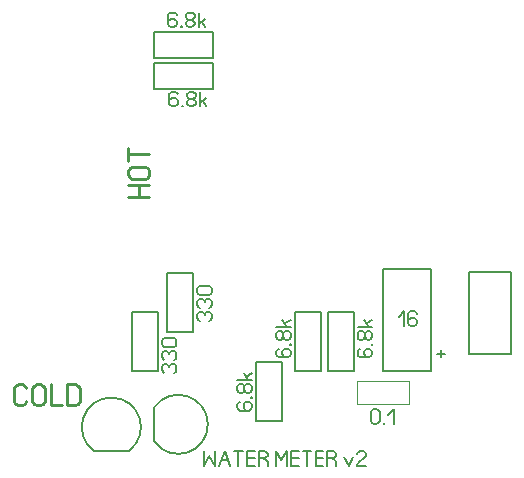
<source format=gto>
%FSLAX34Y34*%
%MOMM*%
%LNSILK_TOP*%
G71*
G01*
%ADD10C, 0.15*%
%ADD11C, 0.20*%
%ADD12C, 0.10*%
%ADD13C, 0.16*%
%ADD14C, 0.22*%
%LPD*%
G54D10*
X351425Y693525D02*
X392425Y693525D01*
X392425Y779325D01*
X351425Y779325D01*
X351425Y693525D01*
G54D10*
X400500Y704750D02*
X400500Y711100D01*
G54D10*
X403675Y707925D02*
X397325Y707925D01*
G54D11*
X424204Y707735D02*
X424270Y777256D01*
X459847Y777265D01*
X459804Y707735D01*
X424204Y707735D01*
G54D12*
X373805Y665050D02*
X329405Y665050D01*
X329405Y685050D01*
X373805Y685050D01*
X373805Y665050D01*
G54D10*
X305000Y743000D02*
X327000Y743000D01*
X327000Y693000D01*
X305000Y693000D01*
X305000Y743000D01*
G54D10*
X277000Y743000D02*
X299000Y743000D01*
X299000Y693000D01*
X277000Y693000D01*
X277000Y743000D01*
G54D10*
X244000Y701000D02*
X266000Y701000D01*
X266000Y651000D01*
X244000Y651000D01*
X244000Y701000D01*
G54D10*
X208000Y980000D02*
X208000Y958000D01*
X158000Y958000D01*
X158000Y980000D01*
X208000Y980000D01*
G54D10*
X208000Y954000D02*
X208000Y932000D01*
X158000Y932000D01*
X158000Y954000D01*
X208000Y954000D01*
G54D10*
X139000Y743000D02*
X161000Y743000D01*
X161000Y693000D01*
X139000Y693000D01*
X139000Y743000D01*
G54D10*
X169000Y776000D02*
X191000Y776000D01*
X191000Y726000D01*
X169000Y726000D01*
X169000Y776000D01*
G54D11*
G75*
G01X136295Y625475D02*
G03X106905Y625475I-14695J20225D01*
G01*
G54D11*
X107314Y625486D02*
X135914Y625486D01*
G54D11*
G75*
G01X158075Y633305D02*
G03X158075Y662695I20225J14695D01*
G01*
G54D11*
X158100Y662300D02*
X158100Y633700D01*
G54D13*
X196589Y735773D02*
X195034Y736706D01*
X194256Y738573D01*
X194256Y740440D01*
X195034Y742306D01*
X196589Y743240D01*
X198145Y743240D01*
X199700Y742306D01*
X200478Y740440D01*
X201256Y742306D01*
X202812Y743240D01*
X204367Y743240D01*
X205923Y742306D01*
X206700Y740440D01*
X206700Y738573D01*
X205923Y736706D01*
X204367Y735773D01*
G54D13*
X196589Y746662D02*
X195034Y747595D01*
X194256Y749462D01*
X194256Y751329D01*
X195034Y753195D01*
X196589Y754129D01*
X198145Y754129D01*
X199700Y753195D01*
X200478Y751329D01*
X201256Y753195D01*
X202812Y754129D01*
X204367Y754129D01*
X205923Y753195D01*
X206700Y751329D01*
X206700Y749462D01*
X205923Y747595D01*
X204367Y746662D01*
G54D13*
X196589Y765018D02*
X204367Y765018D01*
X205923Y764084D01*
X206700Y762218D01*
X206700Y760351D01*
X205923Y758484D01*
X204367Y757551D01*
X196589Y757551D01*
X195034Y758484D01*
X194256Y760351D01*
X194256Y762218D01*
X195034Y764084D01*
X196589Y765018D01*
G54D13*
X166589Y691773D02*
X165034Y692706D01*
X164256Y694573D01*
X164256Y696440D01*
X165034Y698306D01*
X166589Y699240D01*
X168145Y699240D01*
X169700Y698306D01*
X170478Y696440D01*
X171256Y698306D01*
X172812Y699240D01*
X174367Y699240D01*
X175923Y698306D01*
X176700Y696440D01*
X176700Y694573D01*
X175923Y692706D01*
X174367Y691773D01*
G54D13*
X166589Y702662D02*
X165034Y703595D01*
X164256Y705462D01*
X164256Y707329D01*
X165034Y709195D01*
X166589Y710129D01*
X168145Y710129D01*
X169700Y709195D01*
X170478Y707329D01*
X171256Y709195D01*
X172812Y710129D01*
X174367Y710129D01*
X175923Y709195D01*
X176700Y707329D01*
X176700Y705462D01*
X175923Y703595D01*
X174367Y702662D01*
G54D13*
X166589Y721018D02*
X174367Y721018D01*
X175923Y720084D01*
X176700Y718218D01*
X176700Y716351D01*
X175923Y714484D01*
X174367Y713551D01*
X166589Y713551D01*
X165034Y714484D01*
X164256Y716351D01*
X164256Y718218D01*
X165034Y720084D01*
X166589Y721018D01*
G54D13*
X230375Y667139D02*
X228820Y666206D01*
X228042Y664339D01*
X228042Y662472D01*
X228820Y660606D01*
X230375Y659672D01*
X234264Y659672D01*
X235042Y659672D01*
X233486Y662472D01*
X233486Y664339D01*
X234264Y666206D01*
X235820Y667139D01*
X238153Y667139D01*
X239709Y666206D01*
X240486Y664339D01*
X240486Y662472D01*
X239709Y660606D01*
X238153Y659672D01*
X234264Y659672D01*
G54D13*
X240486Y671308D02*
X240486Y670562D01*
X239864Y670562D01*
X239864Y671308D01*
X240486Y671308D01*
X240486Y670562D01*
G54D13*
X234264Y679397D02*
X234264Y677530D01*
X233486Y675664D01*
X231931Y674730D01*
X230375Y674730D01*
X228820Y675664D01*
X228042Y677530D01*
X228042Y679397D01*
X228820Y681264D01*
X230375Y682197D01*
X231931Y682197D01*
X233486Y681264D01*
X234264Y679397D01*
X235042Y681264D01*
X236598Y682197D01*
X238153Y682197D01*
X239709Y681264D01*
X240486Y679397D01*
X240486Y677530D01*
X239709Y675664D01*
X238153Y674730D01*
X236598Y674730D01*
X235042Y675664D01*
X234264Y677530D01*
G54D13*
X240486Y685620D02*
X228042Y685620D01*
G54D13*
X235820Y688420D02*
X240486Y691220D01*
G54D13*
X237375Y685620D02*
X233486Y691220D01*
G54D13*
X263375Y712139D02*
X261820Y711206D01*
X261042Y709339D01*
X261042Y707472D01*
X261820Y705606D01*
X263375Y704672D01*
X267264Y704672D01*
X268042Y704672D01*
X266486Y707472D01*
X266486Y709339D01*
X267264Y711206D01*
X268820Y712139D01*
X271153Y712139D01*
X272709Y711206D01*
X273486Y709339D01*
X273486Y707472D01*
X272709Y705606D01*
X271153Y704672D01*
X267264Y704672D01*
G54D13*
X273486Y716308D02*
X273486Y715562D01*
X272864Y715562D01*
X272864Y716308D01*
X273486Y716308D01*
X273486Y715562D01*
G54D13*
X267264Y724397D02*
X267264Y722530D01*
X266486Y720664D01*
X264931Y719730D01*
X263375Y719730D01*
X261820Y720664D01*
X261042Y722530D01*
X261042Y724397D01*
X261820Y726264D01*
X263375Y727197D01*
X264931Y727197D01*
X266486Y726264D01*
X267264Y724397D01*
X268042Y726264D01*
X269598Y727197D01*
X271153Y727197D01*
X272709Y726264D01*
X273486Y724397D01*
X273486Y722530D01*
X272709Y720664D01*
X271153Y719730D01*
X269598Y719730D01*
X268042Y720664D01*
X267264Y722530D01*
G54D13*
X273486Y730620D02*
X261042Y730620D01*
G54D13*
X268820Y733420D02*
X273486Y736220D01*
G54D13*
X270375Y730620D02*
X266486Y736220D01*
G54D13*
X332375Y712139D02*
X330820Y711206D01*
X330042Y709339D01*
X330042Y707472D01*
X330820Y705606D01*
X332375Y704672D01*
X336264Y704672D01*
X337042Y704672D01*
X335486Y707472D01*
X335486Y709339D01*
X336264Y711206D01*
X337820Y712139D01*
X340153Y712139D01*
X341709Y711206D01*
X342486Y709339D01*
X342486Y707472D01*
X341709Y705606D01*
X340153Y704672D01*
X336264Y704672D01*
G54D13*
X342486Y716308D02*
X342486Y715562D01*
X341864Y715562D01*
X341864Y716308D01*
X342486Y716308D01*
X342486Y715562D01*
G54D13*
X336264Y724397D02*
X336264Y722530D01*
X335486Y720664D01*
X333931Y719730D01*
X332375Y719730D01*
X330820Y720664D01*
X330042Y722530D01*
X330042Y724397D01*
X330820Y726264D01*
X332375Y727197D01*
X333931Y727197D01*
X335486Y726264D01*
X336264Y724397D01*
X337042Y726264D01*
X338598Y727197D01*
X340153Y727197D01*
X341709Y726264D01*
X342486Y724397D01*
X342486Y722530D01*
X341709Y720664D01*
X340153Y719730D01*
X338598Y719730D01*
X337042Y720664D01*
X336264Y722530D01*
G54D13*
X342486Y730620D02*
X330042Y730620D01*
G54D13*
X337820Y733420D02*
X342486Y736220D01*
G54D13*
X339375Y730620D02*
X335486Y736220D01*
G54D13*
X176959Y994334D02*
X176026Y995889D01*
X174159Y996667D01*
X172292Y996667D01*
X170426Y995889D01*
X169492Y994334D01*
X169492Y990445D01*
X169492Y989667D01*
X172292Y991222D01*
X174159Y991222D01*
X176026Y990445D01*
X176959Y988889D01*
X176959Y986556D01*
X176026Y985000D01*
X174159Y984222D01*
X172292Y984222D01*
X170426Y985000D01*
X169492Y986556D01*
X169492Y990445D01*
G54D13*
X181128Y984222D02*
X180382Y984222D01*
X180382Y984845D01*
X181128Y984845D01*
X181128Y984222D01*
X180382Y984222D01*
G54D13*
X189217Y990445D02*
X187350Y990445D01*
X185484Y991222D01*
X184550Y992778D01*
X184550Y994334D01*
X185484Y995889D01*
X187350Y996667D01*
X189217Y996667D01*
X191084Y995889D01*
X192017Y994334D01*
X192017Y992778D01*
X191084Y991222D01*
X189217Y990445D01*
X191084Y989667D01*
X192017Y988111D01*
X192017Y986556D01*
X191084Y985000D01*
X189217Y984222D01*
X187350Y984222D01*
X185484Y985000D01*
X184550Y986556D01*
X184550Y988111D01*
X185484Y989667D01*
X187350Y990445D01*
G54D13*
X195440Y984222D02*
X195440Y996667D01*
G54D13*
X198240Y988889D02*
X201040Y984222D01*
G54D13*
X195440Y987334D02*
X201040Y991222D01*
G54D13*
X177959Y927334D02*
X177026Y928889D01*
X175159Y929667D01*
X173292Y929667D01*
X171426Y928889D01*
X170492Y927334D01*
X170492Y923445D01*
X170492Y922667D01*
X173292Y924222D01*
X175159Y924222D01*
X177026Y923445D01*
X177959Y921889D01*
X177959Y919556D01*
X177026Y918000D01*
X175159Y917222D01*
X173292Y917222D01*
X171426Y918000D01*
X170492Y919556D01*
X170492Y923445D01*
G54D13*
X182128Y917222D02*
X181382Y917222D01*
X181382Y917845D01*
X182128Y917845D01*
X182128Y917222D01*
X181382Y917222D01*
G54D13*
X190217Y923445D02*
X188350Y923445D01*
X186484Y924222D01*
X185550Y925778D01*
X185550Y927334D01*
X186484Y928889D01*
X188350Y929667D01*
X190217Y929667D01*
X192084Y928889D01*
X193017Y927334D01*
X193017Y925778D01*
X192084Y924222D01*
X190217Y923445D01*
X192084Y922667D01*
X193017Y921111D01*
X193017Y919556D01*
X192084Y918000D01*
X190217Y917222D01*
X188350Y917222D01*
X186484Y918000D01*
X185550Y919556D01*
X185550Y921111D01*
X186484Y922667D01*
X188350Y923445D01*
G54D13*
X196440Y917222D02*
X196440Y929667D01*
G54D13*
X199240Y921889D02*
X202040Y917222D01*
G54D13*
X196440Y920334D02*
X202040Y924222D01*
G54D13*
X348648Y658334D02*
X348648Y650556D01*
X347714Y649000D01*
X345848Y648222D01*
X343981Y648222D01*
X342114Y649000D01*
X341181Y650556D01*
X341181Y658334D01*
X342114Y659889D01*
X343981Y660667D01*
X345848Y660667D01*
X347714Y659889D01*
X348648Y658334D01*
G54D13*
X352817Y648222D02*
X352070Y648222D01*
X352070Y648845D01*
X352817Y648845D01*
X352817Y648222D01*
X352070Y648222D01*
G54D13*
X356239Y656000D02*
X360906Y660667D01*
X360906Y648222D01*
G54D13*
X364773Y739000D02*
X369440Y743666D01*
X369440Y731222D01*
G54D13*
X380329Y741333D02*
X379395Y742889D01*
X377529Y743666D01*
X375662Y743666D01*
X373795Y742889D01*
X372862Y741333D01*
X372862Y737444D01*
X372862Y736666D01*
X375662Y738222D01*
X377529Y738222D01*
X379395Y737444D01*
X380329Y735889D01*
X380329Y733555D01*
X379395Y732000D01*
X377529Y731222D01*
X375662Y731222D01*
X373795Y732000D01*
X372862Y733555D01*
X372862Y737444D01*
G54D14*
X49667Y667333D02*
X48333Y665111D01*
X45667Y664000D01*
X43000Y664000D01*
X40333Y665111D01*
X39000Y667333D01*
X39000Y678444D01*
X40333Y680667D01*
X43000Y681778D01*
X45667Y681778D01*
X48333Y680667D01*
X49667Y678444D01*
G54D14*
X65223Y678444D02*
X65223Y667333D01*
X63889Y665111D01*
X61223Y664000D01*
X58556Y664000D01*
X55889Y665111D01*
X54556Y667333D01*
X54556Y678444D01*
X55889Y680667D01*
X58556Y681778D01*
X61223Y681778D01*
X63889Y680667D01*
X65223Y678444D01*
G54D14*
X70112Y681778D02*
X70112Y664000D01*
X79445Y664000D01*
G54D14*
X84334Y664000D02*
X84334Y681778D01*
X91001Y681778D01*
X93667Y680667D01*
X95001Y678444D01*
X95001Y667333D01*
X93667Y665111D01*
X91001Y664000D01*
X84334Y664000D01*
G54D14*
X153704Y840074D02*
X135926Y840074D01*
G54D14*
X153704Y850741D02*
X135926Y850741D01*
G54D14*
X144815Y840074D02*
X144815Y850741D01*
G54D14*
X139260Y866297D02*
X150371Y866297D01*
X152593Y864963D01*
X153704Y862297D01*
X153704Y859630D01*
X152593Y856963D01*
X150371Y855630D01*
X139260Y855630D01*
X137037Y856963D01*
X135926Y859630D01*
X135926Y862297D01*
X137037Y864963D01*
X139260Y866297D01*
G54D14*
X153704Y876519D02*
X135926Y876519D01*
G54D14*
X135926Y871186D02*
X135926Y881853D01*
G54D13*
X200000Y625444D02*
X200000Y613000D01*
X204667Y620778D01*
X209333Y613000D01*
X209333Y625444D01*
G54D13*
X212755Y613000D02*
X217422Y625444D01*
X222088Y613000D01*
G54D13*
X214622Y617667D02*
X220222Y617667D01*
G54D13*
X229243Y613000D02*
X229243Y625444D01*
G54D13*
X225510Y625444D02*
X232977Y625444D01*
G54D13*
X242932Y613000D02*
X236399Y613000D01*
X236399Y625444D01*
X242932Y625444D01*
G54D13*
X236399Y619222D02*
X242932Y619222D01*
G54D13*
X250087Y619222D02*
X252887Y617667D01*
X253821Y616111D01*
X253821Y613000D01*
G54D13*
X246354Y613000D02*
X246354Y625444D01*
X251021Y625444D01*
X252887Y624667D01*
X253821Y623111D01*
X253821Y621556D01*
X252887Y620000D01*
X251021Y619222D01*
X246354Y619222D01*
G54D13*
X260852Y613000D02*
X260852Y625444D01*
X265519Y617667D01*
X270185Y625444D01*
X270185Y613000D01*
G54D13*
X280140Y613000D02*
X273607Y613000D01*
X273607Y625444D01*
X280140Y625444D01*
G54D13*
X273607Y619222D02*
X280140Y619222D01*
G54D13*
X287295Y613000D02*
X287295Y625444D01*
G54D13*
X283562Y625444D02*
X291029Y625444D01*
G54D13*
X300984Y613000D02*
X294451Y613000D01*
X294451Y625444D01*
X300984Y625444D01*
G54D13*
X294451Y619222D02*
X300984Y619222D01*
G54D13*
X308139Y619222D02*
X310939Y617667D01*
X311873Y616111D01*
X311873Y613000D01*
G54D13*
X304406Y613000D02*
X304406Y625444D01*
X309073Y625444D01*
X310939Y624667D01*
X311873Y623111D01*
X311873Y621556D01*
X310939Y620000D01*
X309073Y619222D01*
X304406Y619222D01*
G54D13*
X318904Y620000D02*
X322637Y613000D01*
X326371Y620000D01*
G54D13*
X337260Y613000D02*
X329793Y613000D01*
X329793Y613778D01*
X330726Y615333D01*
X336326Y620000D01*
X337260Y621556D01*
X337260Y623111D01*
X336326Y624667D01*
X334460Y625444D01*
X332593Y625444D01*
X330726Y624667D01*
X329793Y623111D01*
M02*

</source>
